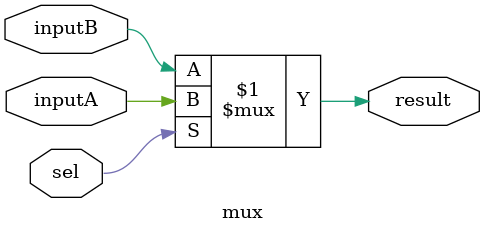
<source format=v>
module mux (
    output  wire    result,

    input   wire    inputA,
    input   wire    inputB,
    input   wire    sel
);

assign  result  = (sel) ? inputA : inputB;
    
endmodule
</source>
